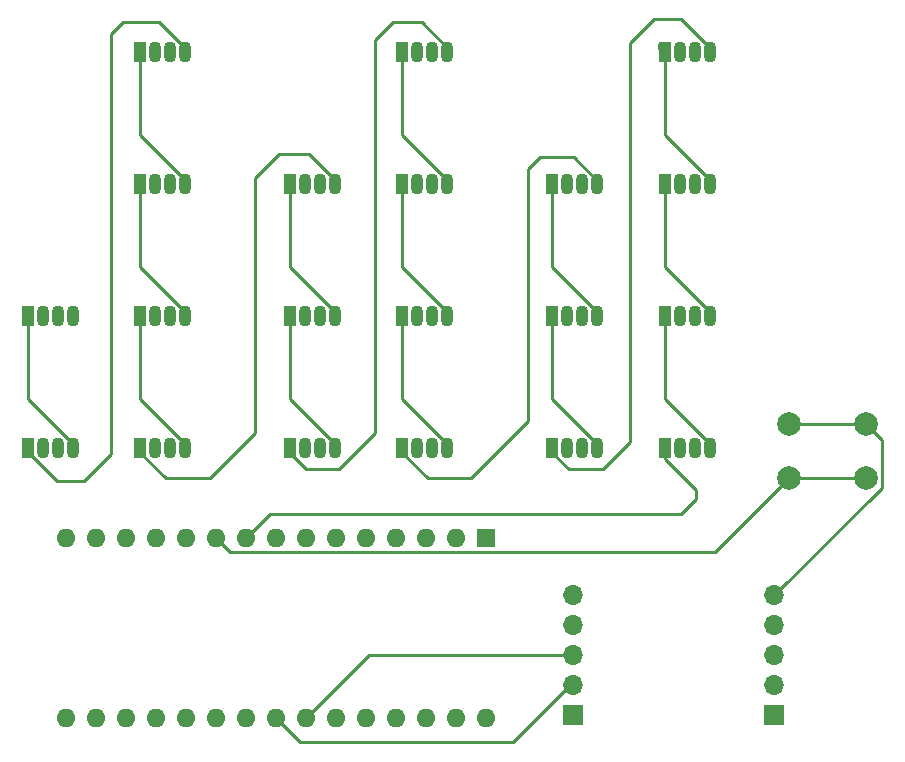
<source format=gbr>
%TF.GenerationSoftware,KiCad,Pcbnew,7.0.10-1.fc39*%
%TF.CreationDate,2024-02-18T17:05:32+01:00*%
%TF.ProjectId,BinaryClock,42696e61-7279-4436-9c6f-636b2e6b6963,rev?*%
%TF.SameCoordinates,Original*%
%TF.FileFunction,Copper,L1,Top*%
%TF.FilePolarity,Positive*%
%FSLAX46Y46*%
G04 Gerber Fmt 4.6, Leading zero omitted, Abs format (unit mm)*
G04 Created by KiCad (PCBNEW 7.0.10-1.fc39) date 2024-02-18 17:05:32*
%MOMM*%
%LPD*%
G01*
G04 APERTURE LIST*
%TA.AperFunction,ComponentPad*%
%ADD10R,1.700000X1.700000*%
%TD*%
%TA.AperFunction,ComponentPad*%
%ADD11O,1.700000X1.700000*%
%TD*%
%TA.AperFunction,ComponentPad*%
%ADD12O,1.070000X1.800000*%
%TD*%
%TA.AperFunction,ComponentPad*%
%ADD13R,1.070000X1.800000*%
%TD*%
%TA.AperFunction,ComponentPad*%
%ADD14R,1.600000X1.600000*%
%TD*%
%TA.AperFunction,ComponentPad*%
%ADD15O,1.600000X1.600000*%
%TD*%
%TA.AperFunction,ComponentPad*%
%ADD16C,2.000000*%
%TD*%
%TA.AperFunction,Conductor*%
%ADD17C,0.250000*%
%TD*%
G04 APERTURE END LIST*
D10*
%TO.P,J2,1,Pin_1*%
%TO.N,+5V*%
X142240000Y-92964000D03*
D11*
%TO.P,J2,2,Pin_2*%
%TO.N,unconnected-(J2-Pin_2-Pad2)*%
X142240000Y-90424000D03*
%TO.P,J2,3,Pin_3*%
%TO.N,unconnected-(J2-Pin_3-Pad3)*%
X142240000Y-87884000D03*
%TO.P,J2,4,Pin_4*%
%TO.N,unconnected-(J2-Pin_4-Pad4)*%
X142240000Y-85344000D03*
%TO.P,J2,5,Pin_5*%
%TO.N,GND*%
X142240000Y-82804000D03*
%TD*%
D12*
%TO.P,D7,1,DOUT*%
%TO.N,Net-(D7-DOUT)*%
X127254000Y-48006000D03*
D13*
%TO.P,D7,2,DIN*%
%TO.N,Net-(D6-DOUT)*%
X123444000Y-48006000D03*
D12*
%TO.P,D7,3,VCC*%
%TO.N,+5V*%
X125984000Y-48006000D03*
%TO.P,D7,6,VSS*%
%TO.N,GND*%
X124714000Y-48006000D03*
%TD*%
D14*
%TO.P,A1,1,D1/TX*%
%TO.N,unconnected-(A1-D1{slash}TX-Pad1)*%
X117856000Y-77978000D03*
D15*
%TO.P,A1,2,D0/RX*%
%TO.N,unconnected-(A1-D0{slash}RX-Pad2)*%
X115316000Y-77978000D03*
%TO.P,A1,3,~{RESET}*%
%TO.N,unconnected-(A1-~{RESET}-Pad3)*%
X112776000Y-77978000D03*
%TO.P,A1,4,GND*%
%TO.N,unconnected-(A1-GND-Pad4)*%
X110236000Y-77978000D03*
%TO.P,A1,5,D2*%
%TO.N,unconnected-(A1-D2-Pad5)*%
X107696000Y-77978000D03*
%TO.P,A1,6,D3*%
%TO.N,unconnected-(A1-D3-Pad6)*%
X105156000Y-77978000D03*
%TO.P,A1,7,D4*%
%TO.N,unconnected-(A1-D4-Pad7)*%
X102616000Y-77978000D03*
%TO.P,A1,8,D5*%
%TO.N,unconnected-(A1-D5-Pad8)*%
X100076000Y-77978000D03*
%TO.P,A1,9,D6*%
%TO.N,Net-(A1-D6)*%
X97536000Y-77978000D03*
%TO.P,A1,10,D7*%
%TO.N,Net-(A1-D7)*%
X94996000Y-77978000D03*
%TO.P,A1,11,D8*%
%TO.N,unconnected-(A1-D8-Pad11)*%
X92456000Y-77978000D03*
%TO.P,A1,12,D9*%
%TO.N,unconnected-(A1-D9-Pad12)*%
X89916000Y-77978000D03*
%TO.P,A1,13,D10*%
%TO.N,unconnected-(A1-D10-Pad13)*%
X87376000Y-77978000D03*
%TO.P,A1,14,D11*%
%TO.N,unconnected-(A1-D11-Pad14)*%
X84836000Y-77978000D03*
%TO.P,A1,15,D12*%
%TO.N,unconnected-(A1-D12-Pad15)*%
X82296000Y-77978000D03*
%TO.P,A1,16,D13*%
%TO.N,unconnected-(A1-D13-Pad16)*%
X82296000Y-93218000D03*
%TO.P,A1,17,3V3*%
%TO.N,unconnected-(A1-3V3-Pad17)*%
X84836000Y-93218000D03*
%TO.P,A1,18,AREF*%
%TO.N,unconnected-(A1-AREF-Pad18)*%
X87376000Y-93218000D03*
%TO.P,A1,19,A0*%
%TO.N,unconnected-(A1-A0-Pad19)*%
X89916000Y-93218000D03*
%TO.P,A1,20,A1*%
%TO.N,unconnected-(A1-A1-Pad20)*%
X92456000Y-93218000D03*
%TO.P,A1,21,A2*%
%TO.N,unconnected-(A1-A2-Pad21)*%
X94996000Y-93218000D03*
%TO.P,A1,22,A3*%
%TO.N,unconnected-(A1-A3-Pad22)*%
X97536000Y-93218000D03*
%TO.P,A1,23,A4*%
%TO.N,Net-(A1-A4)*%
X100076000Y-93218000D03*
%TO.P,A1,24,A5*%
%TO.N,Net-(A1-A5)*%
X102616000Y-93218000D03*
%TO.P,A1,25,A6*%
%TO.N,unconnected-(A1-A6-Pad25)*%
X105156000Y-93218000D03*
%TO.P,A1,26,A7*%
%TO.N,unconnected-(A1-A7-Pad26)*%
X107696000Y-93218000D03*
%TO.P,A1,27,+5V*%
%TO.N,unconnected-(A1-+5V-Pad27)*%
X110236000Y-93218000D03*
%TO.P,A1,28,~{RESET}*%
%TO.N,unconnected-(A1-~{RESET}-Pad28)*%
X112776000Y-93218000D03*
%TO.P,A1,29,GND*%
%TO.N,GND*%
X115316000Y-93218000D03*
%TO.P,A1,30,VIN*%
%TO.N,+5V*%
X117856000Y-93218000D03*
%TD*%
D12*
%TO.P,D17,1,DOUT*%
%TO.N,Net-(D17-DOUT)*%
X92349000Y-48006000D03*
D13*
%TO.P,D17,2,DIN*%
%TO.N,Net-(D16-DOUT)*%
X88539000Y-48006000D03*
D12*
%TO.P,D17,3,VCC*%
%TO.N,+5V*%
X91079000Y-48006000D03*
%TO.P,D17,6,VSS*%
%TO.N,GND*%
X89809000Y-48006000D03*
%TD*%
%TO.P,D8,1,DOUT*%
%TO.N,Net-(D8-DOUT)*%
X114554000Y-70358000D03*
D13*
%TO.P,D8,2,DIN*%
%TO.N,Net-(D7-DOUT)*%
X110744000Y-70358000D03*
D12*
%TO.P,D8,3,VCC*%
%TO.N,+5V*%
X113284000Y-70358000D03*
%TO.P,D8,6,VSS*%
%TO.N,GND*%
X112014000Y-70358000D03*
%TD*%
%TO.P,D1,1,DOUT*%
%TO.N,Net-(D1-DOUT)*%
X136759000Y-70358000D03*
D13*
%TO.P,D1,2,DIN*%
%TO.N,Net-(A1-D6)*%
X132949000Y-70358000D03*
D12*
%TO.P,D1,3,VCC*%
%TO.N,+5V*%
X135489000Y-70358000D03*
%TO.P,D1,6,VSS*%
%TO.N,GND*%
X134219000Y-70358000D03*
%TD*%
%TO.P,D18,1,DOUT*%
%TO.N,Net-(D18-DOUT)*%
X92349000Y-36830000D03*
D13*
%TO.P,D18,2,DIN*%
%TO.N,Net-(D17-DOUT)*%
X88539000Y-36830000D03*
D12*
%TO.P,D18,3,VCC*%
%TO.N,+5V*%
X91079000Y-36830000D03*
%TO.P,D18,6,VSS*%
%TO.N,GND*%
X89809000Y-36830000D03*
%TD*%
D16*
%TO.P,SW1,1,1*%
%TO.N,GND*%
X143510000Y-68326000D03*
X150010000Y-68326000D03*
%TO.P,SW1,2,2*%
%TO.N,Net-(A1-D7)*%
X143510000Y-72826000D03*
X150010000Y-72826000D03*
%TD*%
D12*
%TO.P,D14,1,DOUT*%
%TO.N,Net-(D14-DOUT)*%
X105049000Y-48006000D03*
D13*
%TO.P,D14,2,DIN*%
%TO.N,Net-(D13-DOUT)*%
X101239000Y-48006000D03*
D12*
%TO.P,D14,3,VCC*%
%TO.N,+5V*%
X103779000Y-48006000D03*
%TO.P,D14,6,VSS*%
%TO.N,GND*%
X102509000Y-48006000D03*
%TD*%
%TO.P,D2,1,DOUT*%
%TO.N,Net-(D2-DOUT)*%
X136759000Y-59182000D03*
D13*
%TO.P,D2,2,DIN*%
%TO.N,Net-(D1-DOUT)*%
X132949000Y-59182000D03*
D12*
%TO.P,D2,3,VCC*%
%TO.N,+5V*%
X135489000Y-59182000D03*
%TO.P,D2,6,VSS*%
%TO.N,GND*%
X134219000Y-59182000D03*
%TD*%
%TO.P,D6,1,DOUT*%
%TO.N,Net-(D6-DOUT)*%
X127254000Y-59182000D03*
D13*
%TO.P,D6,2,DIN*%
%TO.N,Net-(D5-DOUT)*%
X123444000Y-59182000D03*
D12*
%TO.P,D6,3,VCC*%
%TO.N,+5V*%
X125984000Y-59182000D03*
%TO.P,D6,6,VSS*%
%TO.N,GND*%
X124714000Y-59182000D03*
%TD*%
%TO.P,D3,1,DOUT*%
%TO.N,Net-(D3-DOUT)*%
X136759000Y-48006000D03*
D13*
%TO.P,D3,2,DIN*%
%TO.N,Net-(D2-DOUT)*%
X132949000Y-48006000D03*
D12*
%TO.P,D3,3,VCC*%
%TO.N,+5V*%
X135489000Y-48006000D03*
%TO.P,D3,6,VSS*%
%TO.N,GND*%
X134219000Y-48006000D03*
%TD*%
%TO.P,D4,1,DOUT*%
%TO.N,Net-(D4-DOUT)*%
X136759000Y-36830000D03*
D13*
%TO.P,D4,2,DIN*%
%TO.N,Net-(D3-DOUT)*%
X132949000Y-36830000D03*
D12*
%TO.P,D4,3,VCC*%
%TO.N,+5V*%
X135489000Y-36830000D03*
%TO.P,D4,6,VSS*%
%TO.N,GND*%
X134219000Y-36830000D03*
%TD*%
%TO.P,D11,1,DOUT*%
%TO.N,Net-(D11-DOUT)*%
X114554000Y-36830000D03*
D13*
%TO.P,D11,2,DIN*%
%TO.N,Net-(D10-DOUT)*%
X110744000Y-36830000D03*
D12*
%TO.P,D11,3,VCC*%
%TO.N,+5V*%
X113284000Y-36830000D03*
%TO.P,D11,6,VSS*%
%TO.N,GND*%
X112014000Y-36830000D03*
%TD*%
%TO.P,D16,1,DOUT*%
%TO.N,Net-(D16-DOUT)*%
X92352000Y-59182000D03*
D13*
%TO.P,D16,2,DIN*%
%TO.N,Net-(D15-DOUT)*%
X88542000Y-59182000D03*
D12*
%TO.P,D16,3,VCC*%
%TO.N,+5V*%
X91082000Y-59182000D03*
%TO.P,D16,6,VSS*%
%TO.N,GND*%
X89812000Y-59182000D03*
%TD*%
%TO.P,D20,1,DOUT*%
%TO.N,unconnected-(D20-DOUT-Pad1)*%
X82852000Y-59182000D03*
D13*
%TO.P,D20,2,DIN*%
%TO.N,Net-(D19-DOUT)*%
X79042000Y-59182000D03*
D12*
%TO.P,D20,3,VCC*%
%TO.N,+5V*%
X81582000Y-59182000D03*
%TO.P,D20,6,VSS*%
%TO.N,GND*%
X80312000Y-59182000D03*
%TD*%
%TO.P,D12,1,DOUT*%
%TO.N,Net-(D12-DOUT)*%
X105052000Y-70358000D03*
D13*
%TO.P,D12,2,DIN*%
%TO.N,Net-(D11-DOUT)*%
X101242000Y-70358000D03*
D12*
%TO.P,D12,3,VCC*%
%TO.N,+5V*%
X103782000Y-70358000D03*
%TO.P,D12,6,VSS*%
%TO.N,GND*%
X102512000Y-70358000D03*
%TD*%
%TO.P,D5,1,DOUT*%
%TO.N,Net-(D5-DOUT)*%
X127254000Y-70358000D03*
D13*
%TO.P,D5,2,DIN*%
%TO.N,Net-(D4-DOUT)*%
X123444000Y-70358000D03*
D12*
%TO.P,D5,3,VCC*%
%TO.N,+5V*%
X125984000Y-70358000D03*
%TO.P,D5,6,VSS*%
%TO.N,GND*%
X124714000Y-70358000D03*
%TD*%
%TO.P,D15,1,DOUT*%
%TO.N,Net-(D15-DOUT)*%
X92352000Y-70358000D03*
D13*
%TO.P,D15,2,DIN*%
%TO.N,Net-(D14-DOUT)*%
X88542000Y-70358000D03*
D12*
%TO.P,D15,3,VCC*%
%TO.N,+5V*%
X91082000Y-70358000D03*
%TO.P,D15,6,VSS*%
%TO.N,GND*%
X89812000Y-70358000D03*
%TD*%
%TO.P,D13,1,DOUT*%
%TO.N,Net-(D13-DOUT)*%
X105052000Y-59182000D03*
D13*
%TO.P,D13,2,DIN*%
%TO.N,Net-(D12-DOUT)*%
X101242000Y-59182000D03*
D12*
%TO.P,D13,3,VCC*%
%TO.N,+5V*%
X103782000Y-59182000D03*
%TO.P,D13,6,VSS*%
%TO.N,GND*%
X102512000Y-59182000D03*
%TD*%
%TO.P,D9,1,DOUT*%
%TO.N,Net-(D10-DIN)*%
X114554000Y-59182000D03*
D13*
%TO.P,D9,2,DIN*%
%TO.N,Net-(D8-DOUT)*%
X110744000Y-59182000D03*
D12*
%TO.P,D9,3,VCC*%
%TO.N,+5V*%
X113284000Y-59182000D03*
%TO.P,D9,6,VSS*%
%TO.N,GND*%
X112014000Y-59182000D03*
%TD*%
D10*
%TO.P,J1,1,Pin_1*%
%TO.N,+5V*%
X125222000Y-92964000D03*
D11*
%TO.P,J1,2,Pin_2*%
%TO.N,Net-(A1-A4)*%
X125222000Y-90424000D03*
%TO.P,J1,3,Pin_3*%
%TO.N,Net-(A1-A5)*%
X125222000Y-87884000D03*
%TO.P,J1,4,Pin_4*%
%TO.N,unconnected-(J1-Pin_4-Pad4)*%
X125222000Y-85344000D03*
%TO.P,J1,5,Pin_5*%
%TO.N,GND*%
X125222000Y-82804000D03*
%TD*%
D12*
%TO.P,D10,1,DOUT*%
%TO.N,Net-(D10-DOUT)*%
X114554000Y-48006000D03*
D13*
%TO.P,D10,2,DIN*%
%TO.N,Net-(D10-DIN)*%
X110744000Y-48006000D03*
D12*
%TO.P,D10,3,VCC*%
%TO.N,+5V*%
X113284000Y-48006000D03*
%TO.P,D10,6,VSS*%
%TO.N,GND*%
X112014000Y-48006000D03*
%TD*%
%TO.P,D19,1,DOUT*%
%TO.N,Net-(D19-DOUT)*%
X82852000Y-70358000D03*
D13*
%TO.P,D19,2,DIN*%
%TO.N,Net-(D18-DOUT)*%
X79042000Y-70358000D03*
D12*
%TO.P,D19,3,VCC*%
%TO.N,+5V*%
X81582000Y-70358000D03*
%TO.P,D19,6,VSS*%
%TO.N,GND*%
X80312000Y-70358000D03*
%TD*%
D17*
%TO.N,Net-(A1-A4)*%
X100076000Y-93218000D02*
X102108000Y-95250000D01*
X120142000Y-95250000D02*
X124968000Y-90424000D01*
X102108000Y-95250000D02*
X120142000Y-95250000D01*
X124968000Y-90424000D02*
X125222000Y-90424000D01*
%TO.N,Net-(A1-A5)*%
X102616000Y-93218000D02*
X107950000Y-87884000D01*
X107950000Y-87884000D02*
X125222000Y-87884000D01*
%TO.N,GND*%
X143510000Y-68326000D02*
X150010000Y-68326000D01*
X142240000Y-82804000D02*
X151335000Y-73709000D01*
X151335000Y-73709000D02*
X151335000Y-69651000D01*
X151335000Y-69651000D02*
X150010000Y-68326000D01*
X134219000Y-70669224D02*
X134219000Y-70358000D01*
X134513000Y-48306571D02*
X134513000Y-47941571D01*
X124861000Y-70211000D02*
X124861000Y-70866000D01*
%TO.N,Net-(D1-DOUT)*%
X136759000Y-69993000D02*
X132949000Y-66183000D01*
X133350000Y-58810571D02*
X133350000Y-59625571D01*
X132949000Y-66183000D02*
X132949000Y-59182000D01*
X136759000Y-70358000D02*
X136759000Y-69993000D01*
%TO.N,+5V*%
X135890000Y-70866000D02*
X135890000Y-70501000D01*
%TO.N,GND*%
X142386000Y-82696000D02*
X142386000Y-82804000D01*
%TO.N,+5V*%
X135783000Y-47941571D02*
X135783000Y-47576571D01*
X135890000Y-59625571D02*
X135890000Y-59260571D01*
%TO.N,Net-(D2-DOUT)*%
X132949000Y-55007000D02*
X132949000Y-48006000D01*
X136759000Y-59182000D02*
X136759000Y-58817000D01*
X136759000Y-58817000D02*
X132949000Y-55007000D01*
%TO.N,Net-(D4-DOUT)*%
X123444000Y-70723000D02*
X123444000Y-70358000D01*
X132080000Y-34036000D02*
X130048000Y-36068000D01*
X127762000Y-72136000D02*
X124857000Y-72136000D01*
X134330000Y-34036000D02*
X132080000Y-34036000D01*
X136759000Y-36465000D02*
X134330000Y-34036000D01*
X130048000Y-69850000D02*
X127762000Y-72136000D01*
X124857000Y-72136000D02*
X123444000Y-70723000D01*
X136759000Y-36830000D02*
X136759000Y-36465000D01*
X130048000Y-36068000D02*
X130048000Y-69850000D01*
%TO.N,Net-(D3-DOUT)*%
X132949000Y-43831000D02*
X132949000Y-36830000D01*
X136759000Y-47641000D02*
X132949000Y-43831000D01*
X132481000Y-36511571D02*
X132481000Y-36146571D01*
X136759000Y-48006000D02*
X136759000Y-47641000D01*
%TO.N,Net-(D5-DOUT)*%
X127254000Y-70358000D02*
X127254000Y-69993000D01*
X123444000Y-66183000D02*
X123444000Y-59182000D01*
X127254000Y-69993000D02*
X123444000Y-66183000D01*
%TO.N,Net-(D6-DOUT)*%
X127254000Y-58817000D02*
X123444000Y-55007000D01*
X127254000Y-59182000D02*
X127254000Y-58817000D01*
X123444000Y-55007000D02*
X123444000Y-48006000D01*
%TO.N,Net-(D7-DOUT)*%
X127254000Y-48006000D02*
X127254000Y-47641000D01*
X116586000Y-72898000D02*
X112919000Y-72898000D01*
X127254000Y-47694776D02*
X125279224Y-45720000D01*
X121412000Y-46736000D02*
X121412000Y-68072000D01*
X122428000Y-45720000D02*
X121412000Y-46736000D01*
X121412000Y-68072000D02*
X116586000Y-72898000D01*
X110744000Y-70723000D02*
X110744000Y-70358000D01*
X127254000Y-48006000D02*
X127254000Y-47694776D01*
X112919000Y-72898000D02*
X110744000Y-70723000D01*
X125279224Y-45720000D02*
X122428000Y-45720000D01*
%TO.N,Net-(D10-DOUT)*%
X110744000Y-43831000D02*
X110744000Y-36830000D01*
X114554000Y-48006000D02*
X114554000Y-47641000D01*
X114554000Y-47641000D02*
X110744000Y-43831000D01*
%TO.N,Net-(D10-DIN)*%
X114554000Y-59182000D02*
X114554000Y-58817000D01*
X114554000Y-58817000D02*
X110744000Y-55007000D01*
X110744000Y-55007000D02*
X110744000Y-48006000D01*
%TO.N,Net-(D8-DOUT)*%
X114554000Y-69993000D02*
X110744000Y-66183000D01*
X110744000Y-66183000D02*
X110744000Y-59182000D01*
X114554000Y-70358000D02*
X114554000Y-69993000D01*
%TO.N,Net-(D11-DOUT)*%
X114554000Y-36830000D02*
X114554000Y-36465000D01*
X105410000Y-72136000D02*
X102616000Y-72136000D01*
X114554000Y-36465000D02*
X112379000Y-34290000D01*
X112379000Y-34290000D02*
X109982000Y-34290000D01*
X102616000Y-72136000D02*
X101242000Y-70762000D01*
X109982000Y-34290000D02*
X108458000Y-35814000D01*
X108458000Y-69088000D02*
X105410000Y-72136000D01*
X101242000Y-70762000D02*
X101242000Y-70358000D01*
X108458000Y-35814000D02*
X108458000Y-69088000D01*
%TO.N,Net-(D14-DOUT)*%
X90717000Y-72898000D02*
X88542000Y-70723000D01*
X98298000Y-69088000D02*
X94488000Y-72898000D01*
X98298000Y-47498000D02*
X98298000Y-69088000D01*
X105049000Y-48006000D02*
X105049000Y-47641000D01*
X100330000Y-45466000D02*
X98298000Y-47498000D01*
X105049000Y-47641000D02*
X102874000Y-45466000D01*
X88542000Y-70723000D02*
X88542000Y-70358000D01*
X102874000Y-45466000D02*
X100330000Y-45466000D01*
X94488000Y-72898000D02*
X90717000Y-72898000D01*
%TO.N,Net-(D15-DOUT)*%
X92352000Y-70358000D02*
X92352000Y-69993000D01*
X92352000Y-69993000D02*
X88542000Y-66183000D01*
X88542000Y-66183000D02*
X88542000Y-59182000D01*
%TO.N,Net-(D16-DOUT)*%
X88539000Y-55004000D02*
X88539000Y-48006000D01*
X92352000Y-58817000D02*
X88539000Y-55004000D01*
X92352000Y-59182000D02*
X92352000Y-58817000D01*
%TO.N,Net-(D17-DOUT)*%
X88539000Y-43831000D02*
X88539000Y-36830000D01*
X92349000Y-47641000D02*
X88539000Y-43831000D01*
X92349000Y-48006000D02*
X92349000Y-47641000D01*
%TO.N,Net-(D18-DOUT)*%
X81524776Y-73152000D02*
X79042000Y-70669224D01*
X86106000Y-70866000D02*
X83820000Y-73152000D01*
X79042000Y-70669224D02*
X79042000Y-70358000D01*
X90174000Y-34290000D02*
X87122000Y-34290000D01*
X86106000Y-35306000D02*
X86106000Y-70866000D01*
X92349000Y-36465000D02*
X90174000Y-34290000D01*
X83820000Y-73152000D02*
X81524776Y-73152000D01*
X87122000Y-34290000D02*
X86106000Y-35306000D01*
X92349000Y-36830000D02*
X92349000Y-36465000D01*
%TO.N,Net-(D19-DOUT)*%
X82852000Y-70358000D02*
X82852000Y-69993000D01*
X79042000Y-66183000D02*
X79042000Y-59182000D01*
X82852000Y-69993000D02*
X79042000Y-66183000D01*
%TO.N,Net-(D12-DOUT)*%
X105052000Y-70358000D02*
X105052000Y-69993000D01*
X105052000Y-69993000D02*
X101242000Y-66183000D01*
X101242000Y-66183000D02*
X101242000Y-59182000D01*
%TO.N,Net-(D13-DOUT)*%
X105052000Y-59182000D02*
X105052000Y-58817000D01*
X105052000Y-58817000D02*
X101239000Y-55004000D01*
X101239000Y-55004000D02*
X101239000Y-48006000D01*
%TO.N,Net-(A1-D7)*%
X94996000Y-77978000D02*
X96121000Y-79103000D01*
X96121000Y-79103000D02*
X137233000Y-79103000D01*
X143510000Y-72826000D02*
X150010000Y-72826000D01*
X137233000Y-79103000D02*
X143510000Y-72826000D01*
%TO.N,Net-(A1-D6)*%
X99568000Y-75946000D02*
X134366000Y-75946000D01*
X132949000Y-71227000D02*
X132949000Y-70358000D01*
X97536000Y-77978000D02*
X99568000Y-75946000D01*
X135636000Y-73914000D02*
X132949000Y-71227000D01*
X135636000Y-74676000D02*
X135636000Y-73914000D01*
X134366000Y-75946000D02*
X135636000Y-74676000D01*
%TD*%
M02*

</source>
